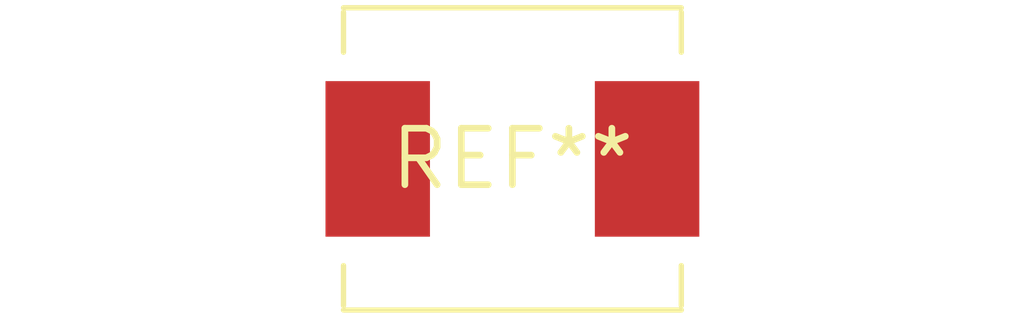
<source format=kicad_pcb>
(kicad_pcb (version 20240108) (generator pcbnew)
  (layers (0 "F.Cu" signal) (31 "B.Cu" signal) (34 "B.Paste" user) (35 "F.Paste" user) (36 "B.SilkS" user "B.Silkscreen") (37 "F.SilkS" user "F.Silkscreen") (38 "B.Mask" user) (39 "F.Mask" user) (44 "Edge.Cuts" user))
  (net 0 "")
  (footprint "L_Neosid_SM-PIC0602H" (layer "F.Cu") (at 0 0)
    (property "Reference" "REF**")
    (property "Value" "L_Neosid_SM-PIC0602H")
    (fp_line (start -3.8 -3.3) (end -3.8 -2.4) (layer "F.SilkS") (stroke (width 0.12)))
    (fp_line (start -3.8 2.4) (end -3.8 3.3) (layer "F.SilkS") (stroke (width 0.12)))
    (fp_line (start -3.8 3.4) (end 3.8 3.4) (layer "F.SilkS") (stroke (width 0.12)))
    (fp_line (start 3.8 -3.4) (end -3.8 -3.4) (layer "F.SilkS") (stroke (width 0.12)))
    (fp_line (start 3.8 -2.4) (end 3.8 -3.3) (layer "F.SilkS") (stroke (width 0.12)))
    (fp_line (start 3.8 3.3) (end 3.8 2.4) (layer "F.SilkS") (stroke (width 0.12)))
    (pad "1" smd rect (at -3.03 0) (size 2.35 3.5) (layers "F.Cu" "F.Paste" "F.Mask"))
    (pad "2" smd rect (at 3.03 0) (size 2.35 3.5) (layers "F.Cu" "F.Paste" "F.Mask"))
  )
)
</source>
